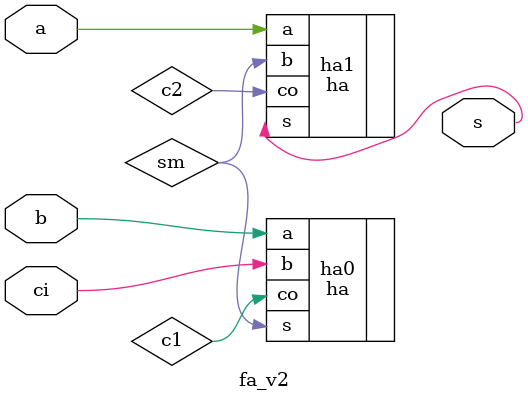
<source format=v>
module fa_v2(a, b, ci, s);
	input a, b, ci; // input ports
	output s; // output ports
	
	ha ha0(.s(sm), .co(c1), .a(b), .b(ci)); 	// Instantiate a half adder 'ha0'
	ha ha1(.s(s), .co(c2), .a(a), .b(sm)); // Instantiate a half adder 'ha1'

endmodule

</source>
